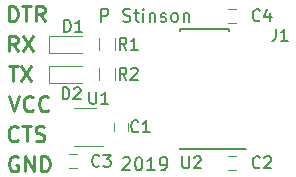
<source format=gto>
G04 #@! TF.FileFunction,Legend,Top*
%FSLAX46Y46*%
G04 Gerber Fmt 4.6, Leading zero omitted, Abs format (unit mm)*
G04 Created by KiCad (PCBNEW 4.0.7) date 04/02/19 22:13:27*
%MOMM*%
%LPD*%
G01*
G04 APERTURE LIST*
%ADD10C,0.100000*%
%ADD11C,0.200000*%
%ADD12C,0.250000*%
%ADD13C,0.120000*%
%ADD14C,0.150000*%
G04 APERTURE END LIST*
D10*
D11*
X152419286Y-116977381D02*
X152471667Y-116925000D01*
X152576429Y-116872619D01*
X152838333Y-116872619D01*
X152943095Y-116925000D01*
X152995476Y-116977381D01*
X153047857Y-117082143D01*
X153047857Y-117186905D01*
X152995476Y-117344048D01*
X152366905Y-117972619D01*
X153047857Y-117972619D01*
X153728810Y-116872619D02*
X153833571Y-116872619D01*
X153938333Y-116925000D01*
X153990714Y-116977381D01*
X154043095Y-117082143D01*
X154095476Y-117291667D01*
X154095476Y-117553571D01*
X154043095Y-117763095D01*
X153990714Y-117867857D01*
X153938333Y-117920238D01*
X153833571Y-117972619D01*
X153728810Y-117972619D01*
X153624048Y-117920238D01*
X153571667Y-117867857D01*
X153519286Y-117763095D01*
X153466905Y-117553571D01*
X153466905Y-117291667D01*
X153519286Y-117082143D01*
X153571667Y-116977381D01*
X153624048Y-116925000D01*
X153728810Y-116872619D01*
X155143095Y-117972619D02*
X154514524Y-117972619D01*
X154828810Y-117972619D02*
X154828810Y-116872619D01*
X154724048Y-117029762D01*
X154619286Y-117134524D01*
X154514524Y-117186905D01*
X155666905Y-117972619D02*
X155876429Y-117972619D01*
X155981190Y-117920238D01*
X156033571Y-117867857D01*
X156138333Y-117710714D01*
X156190714Y-117501190D01*
X156190714Y-117082143D01*
X156138333Y-116977381D01*
X156085952Y-116925000D01*
X155981190Y-116872619D01*
X155771667Y-116872619D01*
X155666905Y-116925000D01*
X155614524Y-116977381D01*
X155562143Y-117082143D01*
X155562143Y-117344048D01*
X155614524Y-117448810D01*
X155666905Y-117501190D01*
X155771667Y-117553571D01*
X155981190Y-117553571D01*
X156085952Y-117501190D01*
X156138333Y-117448810D01*
X156190714Y-117344048D01*
X150559763Y-105399619D02*
X150559763Y-104299619D01*
X150978810Y-104299619D01*
X151083572Y-104352000D01*
X151135953Y-104404381D01*
X151188334Y-104509143D01*
X151188334Y-104666286D01*
X151135953Y-104771048D01*
X151083572Y-104823429D01*
X150978810Y-104875810D01*
X150559763Y-104875810D01*
X152445477Y-105347238D02*
X152602620Y-105399619D01*
X152864524Y-105399619D01*
X152969286Y-105347238D01*
X153021667Y-105294857D01*
X153074048Y-105190095D01*
X153074048Y-105085333D01*
X153021667Y-104980571D01*
X152969286Y-104928190D01*
X152864524Y-104875810D01*
X152655001Y-104823429D01*
X152550239Y-104771048D01*
X152497858Y-104718667D01*
X152445477Y-104613905D01*
X152445477Y-104509143D01*
X152497858Y-104404381D01*
X152550239Y-104352000D01*
X152655001Y-104299619D01*
X152916905Y-104299619D01*
X153074048Y-104352000D01*
X153388334Y-104666286D02*
X153807382Y-104666286D01*
X153545477Y-104299619D02*
X153545477Y-105242476D01*
X153597858Y-105347238D01*
X153702620Y-105399619D01*
X153807382Y-105399619D01*
X154174048Y-105399619D02*
X154174048Y-104666286D01*
X154174048Y-104299619D02*
X154121667Y-104352000D01*
X154174048Y-104404381D01*
X154226429Y-104352000D01*
X154174048Y-104299619D01*
X154174048Y-104404381D01*
X154697858Y-104666286D02*
X154697858Y-105399619D01*
X154697858Y-104771048D02*
X154750239Y-104718667D01*
X154855001Y-104666286D01*
X155012143Y-104666286D01*
X155116905Y-104718667D01*
X155169286Y-104823429D01*
X155169286Y-105399619D01*
X155640715Y-105347238D02*
X155745477Y-105399619D01*
X155955001Y-105399619D01*
X156059762Y-105347238D01*
X156112143Y-105242476D01*
X156112143Y-105190095D01*
X156059762Y-105085333D01*
X155955001Y-105032952D01*
X155797858Y-105032952D01*
X155693096Y-104980571D01*
X155640715Y-104875810D01*
X155640715Y-104823429D01*
X155693096Y-104718667D01*
X155797858Y-104666286D01*
X155955001Y-104666286D01*
X156059762Y-104718667D01*
X156740715Y-105399619D02*
X156635953Y-105347238D01*
X156583572Y-105294857D01*
X156531191Y-105190095D01*
X156531191Y-104875810D01*
X156583572Y-104771048D01*
X156635953Y-104718667D01*
X156740715Y-104666286D01*
X156897857Y-104666286D01*
X157002619Y-104718667D01*
X157055000Y-104771048D01*
X157107381Y-104875810D01*
X157107381Y-105190095D01*
X157055000Y-105294857D01*
X157002619Y-105347238D01*
X156897857Y-105399619D01*
X156740715Y-105399619D01*
X157578810Y-104666286D02*
X157578810Y-105399619D01*
X157578810Y-104771048D02*
X157631191Y-104718667D01*
X157735953Y-104666286D01*
X157893095Y-104666286D01*
X157997857Y-104718667D01*
X158050238Y-104823429D01*
X158050238Y-105399619D01*
D12*
X143535524Y-116825000D02*
X143411715Y-116763095D01*
X143226000Y-116763095D01*
X143040286Y-116825000D01*
X142916477Y-116948810D01*
X142854572Y-117072619D01*
X142792667Y-117320238D01*
X142792667Y-117505952D01*
X142854572Y-117753571D01*
X142916477Y-117877381D01*
X143040286Y-118001190D01*
X143226000Y-118063095D01*
X143349810Y-118063095D01*
X143535524Y-118001190D01*
X143597429Y-117939286D01*
X143597429Y-117505952D01*
X143349810Y-117505952D01*
X144154572Y-118063095D02*
X144154572Y-116763095D01*
X144897429Y-118063095D01*
X144897429Y-116763095D01*
X145516477Y-118063095D02*
X145516477Y-116763095D01*
X145826001Y-116763095D01*
X146011715Y-116825000D01*
X146135524Y-116948810D01*
X146197429Y-117072619D01*
X146259334Y-117320238D01*
X146259334Y-117505952D01*
X146197429Y-117753571D01*
X146135524Y-117877381D01*
X146011715Y-118001190D01*
X145826001Y-118063095D01*
X145516477Y-118063095D01*
X143560096Y-115399286D02*
X143498191Y-115461190D01*
X143312477Y-115523095D01*
X143188667Y-115523095D01*
X143002953Y-115461190D01*
X142879144Y-115337381D01*
X142817239Y-115213571D01*
X142755334Y-114965952D01*
X142755334Y-114780238D01*
X142817239Y-114532619D01*
X142879144Y-114408810D01*
X143002953Y-114285000D01*
X143188667Y-114223095D01*
X143312477Y-114223095D01*
X143498191Y-114285000D01*
X143560096Y-114346905D01*
X143931525Y-114223095D02*
X144674382Y-114223095D01*
X144302953Y-115523095D02*
X144302953Y-114223095D01*
X145045810Y-115461190D02*
X145231524Y-115523095D01*
X145541048Y-115523095D01*
X145664858Y-115461190D01*
X145726762Y-115399286D01*
X145788667Y-115275476D01*
X145788667Y-115151667D01*
X145726762Y-115027857D01*
X145664858Y-114965952D01*
X145541048Y-114904048D01*
X145293429Y-114842143D01*
X145169620Y-114780238D01*
X145107715Y-114718333D01*
X145045810Y-114594524D01*
X145045810Y-114470714D01*
X145107715Y-114346905D01*
X145169620Y-114285000D01*
X145293429Y-114223095D01*
X145602953Y-114223095D01*
X145788667Y-114285000D01*
X142792667Y-111683095D02*
X143226000Y-112983095D01*
X143659333Y-111683095D01*
X144835524Y-112859286D02*
X144773619Y-112921190D01*
X144587905Y-112983095D01*
X144464095Y-112983095D01*
X144278381Y-112921190D01*
X144154572Y-112797381D01*
X144092667Y-112673571D01*
X144030762Y-112425952D01*
X144030762Y-112240238D01*
X144092667Y-111992619D01*
X144154572Y-111868810D01*
X144278381Y-111745000D01*
X144464095Y-111683095D01*
X144587905Y-111683095D01*
X144773619Y-111745000D01*
X144835524Y-111806905D01*
X146135524Y-112859286D02*
X146073619Y-112921190D01*
X145887905Y-112983095D01*
X145764095Y-112983095D01*
X145578381Y-112921190D01*
X145454572Y-112797381D01*
X145392667Y-112673571D01*
X145330762Y-112425952D01*
X145330762Y-112240238D01*
X145392667Y-111992619D01*
X145454572Y-111868810D01*
X145578381Y-111745000D01*
X145764095Y-111683095D01*
X145887905Y-111683095D01*
X146073619Y-111745000D01*
X146135524Y-111806905D01*
X142773525Y-109143095D02*
X143516382Y-109143095D01*
X143144953Y-110443095D02*
X143144953Y-109143095D01*
X143825905Y-109143095D02*
X144692572Y-110443095D01*
X144692572Y-109143095D02*
X143825905Y-110443095D01*
X143547334Y-107903095D02*
X143114001Y-107284048D01*
X142804477Y-107903095D02*
X142804477Y-106603095D01*
X143299715Y-106603095D01*
X143423524Y-106665000D01*
X143485429Y-106726905D01*
X143547334Y-106850714D01*
X143547334Y-107036429D01*
X143485429Y-107160238D01*
X143423524Y-107222143D01*
X143299715Y-107284048D01*
X142804477Y-107284048D01*
X143980667Y-106603095D02*
X144847334Y-107903095D01*
X144847334Y-106603095D02*
X143980667Y-107903095D01*
X142786286Y-105363095D02*
X142786286Y-104063095D01*
X143095810Y-104063095D01*
X143281524Y-104125000D01*
X143405333Y-104248810D01*
X143467238Y-104372619D01*
X143529143Y-104620238D01*
X143529143Y-104805952D01*
X143467238Y-105053571D01*
X143405333Y-105177381D01*
X143281524Y-105301190D01*
X143095810Y-105363095D01*
X142786286Y-105363095D01*
X143900572Y-104063095D02*
X144643429Y-104063095D01*
X144272000Y-105363095D02*
X144272000Y-104063095D01*
X145819619Y-105363095D02*
X145386286Y-104744048D01*
X145076762Y-105363095D02*
X145076762Y-104063095D01*
X145572000Y-104063095D01*
X145695809Y-104125000D01*
X145757714Y-104186905D01*
X145819619Y-104310714D01*
X145819619Y-104496429D01*
X145757714Y-104620238D01*
X145695809Y-104682143D01*
X145572000Y-104744048D01*
X145076762Y-104744048D01*
D13*
X151673000Y-114650000D02*
X151673000Y-113950000D01*
X152873000Y-113950000D02*
X152873000Y-114650000D01*
X161321000Y-116748000D02*
X162021000Y-116748000D01*
X162021000Y-117948000D02*
X161321000Y-117948000D01*
X148559000Y-117821000D02*
X147859000Y-117821000D01*
X147859000Y-116621000D02*
X148559000Y-116621000D01*
X162021000Y-105502000D02*
X161321000Y-105502000D01*
X161321000Y-104302000D02*
X162021000Y-104302000D01*
X146155000Y-106615000D02*
X146155000Y-108015000D01*
X146155000Y-108015000D02*
X148955000Y-108015000D01*
X146155000Y-106615000D02*
X148955000Y-106615000D01*
X146155000Y-109155000D02*
X146155000Y-110555000D01*
X146155000Y-110555000D02*
X148955000Y-110555000D01*
X146155000Y-109155000D02*
X148955000Y-109155000D01*
X151810000Y-106815000D02*
X151810000Y-107815000D01*
X150450000Y-107815000D02*
X150450000Y-106815000D01*
X150450000Y-110355000D02*
X150450000Y-109355000D01*
X151810000Y-109355000D02*
X151810000Y-110355000D01*
X150125000Y-112690000D02*
X148325000Y-112690000D01*
X148325000Y-115910000D02*
X150775000Y-115910000D01*
D14*
X161460000Y-116200000D02*
X161460000Y-116175000D01*
X157310000Y-116200000D02*
X157310000Y-116095000D01*
X157310000Y-106050000D02*
X157310000Y-106155000D01*
X161460000Y-106050000D02*
X161460000Y-106155000D01*
X161460000Y-116200000D02*
X157310000Y-116200000D01*
X161460000Y-106050000D02*
X157310000Y-106050000D01*
X161460000Y-116175000D02*
X162835000Y-116175000D01*
X153757334Y-114657143D02*
X153709715Y-114704762D01*
X153566858Y-114752381D01*
X153471620Y-114752381D01*
X153328762Y-114704762D01*
X153233524Y-114609524D01*
X153185905Y-114514286D01*
X153138286Y-114323810D01*
X153138286Y-114180952D01*
X153185905Y-113990476D01*
X153233524Y-113895238D01*
X153328762Y-113800000D01*
X153471620Y-113752381D01*
X153566858Y-113752381D01*
X153709715Y-113800000D01*
X153757334Y-113847619D01*
X154709715Y-114752381D02*
X154138286Y-114752381D01*
X154424000Y-114752381D02*
X154424000Y-113752381D01*
X154328762Y-113895238D01*
X154233524Y-113990476D01*
X154138286Y-114038095D01*
X164044334Y-117705143D02*
X163996715Y-117752762D01*
X163853858Y-117800381D01*
X163758620Y-117800381D01*
X163615762Y-117752762D01*
X163520524Y-117657524D01*
X163472905Y-117562286D01*
X163425286Y-117371810D01*
X163425286Y-117228952D01*
X163472905Y-117038476D01*
X163520524Y-116943238D01*
X163615762Y-116848000D01*
X163758620Y-116800381D01*
X163853858Y-116800381D01*
X163996715Y-116848000D01*
X164044334Y-116895619D01*
X164425286Y-116895619D02*
X164472905Y-116848000D01*
X164568143Y-116800381D01*
X164806239Y-116800381D01*
X164901477Y-116848000D01*
X164949096Y-116895619D01*
X164996715Y-116990857D01*
X164996715Y-117086095D01*
X164949096Y-117228952D01*
X164377667Y-117800381D01*
X164996715Y-117800381D01*
X150455334Y-117578143D02*
X150407715Y-117625762D01*
X150264858Y-117673381D01*
X150169620Y-117673381D01*
X150026762Y-117625762D01*
X149931524Y-117530524D01*
X149883905Y-117435286D01*
X149836286Y-117244810D01*
X149836286Y-117101952D01*
X149883905Y-116911476D01*
X149931524Y-116816238D01*
X150026762Y-116721000D01*
X150169620Y-116673381D01*
X150264858Y-116673381D01*
X150407715Y-116721000D01*
X150455334Y-116768619D01*
X150788667Y-116673381D02*
X151407715Y-116673381D01*
X151074381Y-117054333D01*
X151217239Y-117054333D01*
X151312477Y-117101952D01*
X151360096Y-117149571D01*
X151407715Y-117244810D01*
X151407715Y-117482905D01*
X151360096Y-117578143D01*
X151312477Y-117625762D01*
X151217239Y-117673381D01*
X150931524Y-117673381D01*
X150836286Y-117625762D01*
X150788667Y-117578143D01*
X164044334Y-105259143D02*
X163996715Y-105306762D01*
X163853858Y-105354381D01*
X163758620Y-105354381D01*
X163615762Y-105306762D01*
X163520524Y-105211524D01*
X163472905Y-105116286D01*
X163425286Y-104925810D01*
X163425286Y-104782952D01*
X163472905Y-104592476D01*
X163520524Y-104497238D01*
X163615762Y-104402000D01*
X163758620Y-104354381D01*
X163853858Y-104354381D01*
X163996715Y-104402000D01*
X164044334Y-104449619D01*
X164901477Y-104687714D02*
X164901477Y-105354381D01*
X164663381Y-104306762D02*
X164425286Y-105021048D01*
X165044334Y-105021048D01*
X147470905Y-106243381D02*
X147470905Y-105243381D01*
X147709000Y-105243381D01*
X147851858Y-105291000D01*
X147947096Y-105386238D01*
X147994715Y-105481476D01*
X148042334Y-105671952D01*
X148042334Y-105814810D01*
X147994715Y-106005286D01*
X147947096Y-106100524D01*
X147851858Y-106195762D01*
X147709000Y-106243381D01*
X147470905Y-106243381D01*
X148994715Y-106243381D02*
X148423286Y-106243381D01*
X148709000Y-106243381D02*
X148709000Y-105243381D01*
X148613762Y-105386238D01*
X148518524Y-105481476D01*
X148423286Y-105529095D01*
X147343905Y-111958381D02*
X147343905Y-110958381D01*
X147582000Y-110958381D01*
X147724858Y-111006000D01*
X147820096Y-111101238D01*
X147867715Y-111196476D01*
X147915334Y-111386952D01*
X147915334Y-111529810D01*
X147867715Y-111720286D01*
X147820096Y-111815524D01*
X147724858Y-111910762D01*
X147582000Y-111958381D01*
X147343905Y-111958381D01*
X148296286Y-111053619D02*
X148343905Y-111006000D01*
X148439143Y-110958381D01*
X148677239Y-110958381D01*
X148772477Y-111006000D01*
X148820096Y-111053619D01*
X148867715Y-111148857D01*
X148867715Y-111244095D01*
X148820096Y-111386952D01*
X148248667Y-111958381D01*
X148867715Y-111958381D01*
X165401667Y-106005381D02*
X165401667Y-106719667D01*
X165354047Y-106862524D01*
X165258809Y-106957762D01*
X165115952Y-107005381D01*
X165020714Y-107005381D01*
X166401667Y-107005381D02*
X165830238Y-107005381D01*
X166115952Y-107005381D02*
X166115952Y-106005381D01*
X166020714Y-106148238D01*
X165925476Y-106243476D01*
X165830238Y-106291095D01*
X152741334Y-107767381D02*
X152408000Y-107291190D01*
X152169905Y-107767381D02*
X152169905Y-106767381D01*
X152550858Y-106767381D01*
X152646096Y-106815000D01*
X152693715Y-106862619D01*
X152741334Y-106957857D01*
X152741334Y-107100714D01*
X152693715Y-107195952D01*
X152646096Y-107243571D01*
X152550858Y-107291190D01*
X152169905Y-107291190D01*
X153693715Y-107767381D02*
X153122286Y-107767381D01*
X153408000Y-107767381D02*
X153408000Y-106767381D01*
X153312762Y-106910238D01*
X153217524Y-107005476D01*
X153122286Y-107053095D01*
X152741334Y-110307381D02*
X152408000Y-109831190D01*
X152169905Y-110307381D02*
X152169905Y-109307381D01*
X152550858Y-109307381D01*
X152646096Y-109355000D01*
X152693715Y-109402619D01*
X152741334Y-109497857D01*
X152741334Y-109640714D01*
X152693715Y-109735952D01*
X152646096Y-109783571D01*
X152550858Y-109831190D01*
X152169905Y-109831190D01*
X153122286Y-109402619D02*
X153169905Y-109355000D01*
X153265143Y-109307381D01*
X153503239Y-109307381D01*
X153598477Y-109355000D01*
X153646096Y-109402619D01*
X153693715Y-109497857D01*
X153693715Y-109593095D01*
X153646096Y-109735952D01*
X153074667Y-110307381D01*
X153693715Y-110307381D01*
X149606095Y-111339381D02*
X149606095Y-112148905D01*
X149653714Y-112244143D01*
X149701333Y-112291762D01*
X149796571Y-112339381D01*
X149987048Y-112339381D01*
X150082286Y-112291762D01*
X150129905Y-112244143D01*
X150177524Y-112148905D01*
X150177524Y-111339381D01*
X151177524Y-112339381D02*
X150606095Y-112339381D01*
X150891809Y-112339381D02*
X150891809Y-111339381D01*
X150796571Y-111482238D01*
X150701333Y-111577476D01*
X150606095Y-111625095D01*
X157480095Y-116800381D02*
X157480095Y-117609905D01*
X157527714Y-117705143D01*
X157575333Y-117752762D01*
X157670571Y-117800381D01*
X157861048Y-117800381D01*
X157956286Y-117752762D01*
X158003905Y-117705143D01*
X158051524Y-117609905D01*
X158051524Y-116800381D01*
X158480095Y-116895619D02*
X158527714Y-116848000D01*
X158622952Y-116800381D01*
X158861048Y-116800381D01*
X158956286Y-116848000D01*
X159003905Y-116895619D01*
X159051524Y-116990857D01*
X159051524Y-117086095D01*
X159003905Y-117228952D01*
X158432476Y-117800381D01*
X159051524Y-117800381D01*
M02*

</source>
